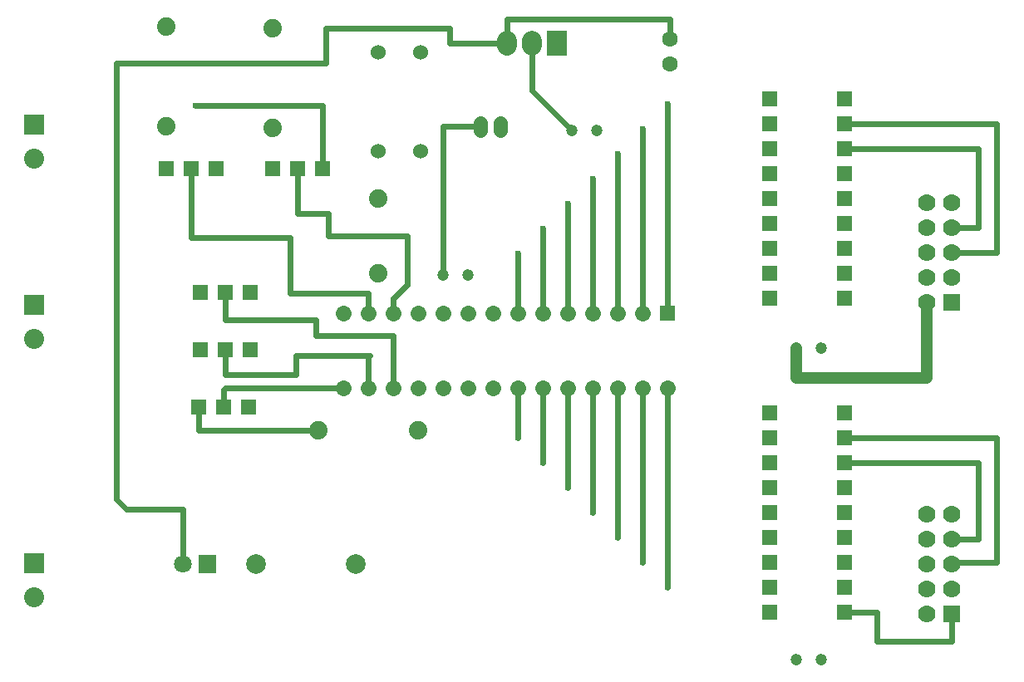
<source format=gtl>
G04 Layer: TopLayer*
G04 EasyEDA v6.5.8, 2022-08-15 07:29:34*
G04 028e3914a6f949ed9ca799ef75e4ed4f,10*
G04 Gerber Generator version 0.2*
G04 Scale: 100 percent, Rotated: No, Reflected: No *
G04 Dimensions in millimeters *
G04 leading zeros omitted , absolute positions ,4 integer and 5 decimal *
%FSLAX45Y45*%
%MOMM*%

%ADD10C,0.6096*%
%ADD11C,1.2192*%
%ADD12C,1.1938*%
%ADD13R,2.0320X2.0320*%
%ADD14C,2.0320*%
%ADD15R,1.6510X1.6510*%
%ADD16C,1.7780*%
%ADD17C,1.8796*%
%ADD18C,2.0000*%
%ADD19R,1.6000X1.6000*%
%ADD20C,1.8000*%
%ADD21R,1.5240X1.5240*%
%ADD22R,1.6002X1.6002*%
%ADD23C,1.5240*%
%ADD24C,1.6000*%
%ADD25C,0.6200*%
%ADD26C,1.4000*%
%ADD27C,0.0135*%

%LPD*%
D10*
X5651500Y8483600D02*
G01*
X5270500Y8483600D01*
X5270500Y6972300D01*
X6032500Y6578600D02*
G01*
X6032500Y7188200D01*
X6286500Y6578600D02*
G01*
X6286500Y7442200D01*
X6540500Y6578600D02*
G01*
X6540500Y7696200D01*
X6794500Y6578600D02*
G01*
X6794500Y7950200D01*
X7048500Y6578600D02*
G01*
X7048500Y8204200D01*
X7302500Y6578600D02*
G01*
X7302500Y8458200D01*
X7556500Y6578600D02*
G01*
X7556500Y8712200D01*
X6032500Y5816600D02*
G01*
X6032500Y5308600D01*
X6286500Y5816600D02*
G01*
X6286500Y5054600D01*
X6540500Y5816600D02*
G01*
X6540500Y4800600D01*
X6794500Y5816600D02*
G01*
X6794500Y4546600D01*
X7048500Y5816600D02*
G01*
X7048500Y4292600D01*
X7302500Y5816600D02*
G01*
X7302500Y4038600D01*
X7556500Y5816600D02*
G01*
X7556500Y3784600D01*
X4000500Y5384800D02*
G01*
X2781300Y5384800D01*
X2781300Y5626100D01*
X3048000Y6794500D02*
G01*
X3048000Y6515100D01*
X3975100Y6515100D01*
X3975100Y6350000D01*
X4762500Y6350000D01*
X4762500Y5816600D01*
X3048000Y6210300D02*
G01*
X3048000Y5956300D01*
X3771900Y5956300D01*
X3771900Y6146800D01*
X4521200Y6146800D01*
X4508500Y6134100D01*
X4508500Y5816600D01*
X4254500Y5816600D02*
G01*
X3048000Y5816600D01*
X3035300Y5803900D01*
X3035300Y5626100D01*
X4508500Y6578600D02*
G01*
X4508500Y6781800D01*
X3708400Y6781800D01*
X3708400Y7353300D01*
X2705100Y7353300D01*
X2705100Y8051800D01*
X4762500Y6578600D02*
G01*
X4762500Y6731000D01*
X4902200Y6870700D01*
X4902200Y7366000D01*
X4102100Y7366000D01*
X4102100Y7594600D01*
X3784600Y7594600D01*
X3784600Y8051800D01*
X6172200Y9334500D02*
G01*
X6172200Y8851900D01*
X6578600Y8445500D01*
X5918200Y9334500D02*
G01*
X5918200Y9575800D01*
X7581900Y9575800D01*
X7581900Y9372600D01*
X2745308Y8699500D02*
G01*
X4038600Y8699500D01*
X4038600Y8051800D01*
X2616200Y4025900D02*
G01*
X2616200Y4584700D01*
X2044700Y4584700D01*
X1943100Y4686300D01*
X1943100Y9131300D01*
X4076700Y9131300D01*
X4076700Y9486900D01*
X5334000Y9486900D01*
X5334000Y9334500D01*
X5918200Y9334500D01*
D11*
X8864600Y6223000D02*
G01*
X8864600Y5918200D01*
X10198100Y5918200D01*
X10198100Y6692900D01*
D10*
X9359900Y3530600D02*
G01*
X9690100Y3530600D01*
X9690100Y3238500D01*
X10452100Y3238500D01*
X10452100Y3517900D01*
X9359900Y8255000D02*
G01*
X10718800Y8255000D01*
X10718800Y7454900D01*
X10452100Y7454900D01*
X9359900Y8509000D02*
G01*
X10909300Y8509000D01*
X10909300Y7200900D01*
X10452100Y7200900D01*
X9359900Y5054600D02*
G01*
X10718800Y5054600D01*
X10718800Y4279900D01*
X10452100Y4279900D01*
X9359900Y5308600D02*
G01*
X10909300Y5308600D01*
X10909300Y4038600D01*
X10464800Y4038600D01*
X10452100Y4025900D01*
D12*
G01*
X8864600Y3048000D03*
G01*
X9118600Y3048000D03*
G01*
X8864600Y6223000D03*
G01*
X9118600Y6223000D03*
G01*
X5270500Y6972300D03*
G01*
X5524500Y6972300D03*
D13*
G01*
X1104900Y4036999D03*
D14*
G01*
X1104900Y3686987D03*
D13*
G01*
X1104900Y6665899D03*
D14*
G01*
X1104900Y6315887D03*
D13*
G01*
X1104900Y8507399D03*
D14*
G01*
X1104900Y8157387D03*
D15*
G01*
X10452100Y3517900D03*
D16*
G01*
X10198100Y3517900D03*
G01*
X10452100Y3771900D03*
G01*
X10198100Y3771900D03*
G01*
X10452100Y4025900D03*
G01*
X10198100Y4025900D03*
G01*
X10452100Y4279900D03*
G01*
X10198100Y4279900D03*
G01*
X10452100Y4533900D03*
G01*
X10198100Y4533900D03*
D15*
G01*
X10452100Y6692900D03*
D16*
G01*
X10198100Y6692900D03*
G01*
X10452100Y6946900D03*
G01*
X10198100Y6946900D03*
G01*
X10452100Y7200900D03*
G01*
X10198100Y7200900D03*
G01*
X10452100Y7454900D03*
G01*
X10198100Y7454900D03*
G01*
X10452100Y7708900D03*
G01*
X10198100Y7708900D03*
D17*
G01*
X2451100Y9499600D03*
G01*
X2451100Y8483600D03*
D18*
G01*
X4381500Y4025900D03*
G01*
X3365500Y4025900D03*
D19*
G01*
X7556500Y6578600D03*
D20*
G01*
X2616200Y4025900D03*
G36*
X2780207Y4115892D02*
G01*
X2960192Y4115892D01*
X2960192Y3935907D01*
X2780207Y3935907D01*
G37*
D21*
G01*
X3530600Y8051800D03*
G01*
X3784600Y8051800D03*
G01*
X4038600Y8051800D03*
G01*
X2451100Y8051800D03*
G01*
X2705100Y8051800D03*
G01*
X2959100Y8051800D03*
G01*
X3289300Y5626100D03*
G01*
X3035300Y5626100D03*
G01*
X2781300Y5626100D03*
G01*
X3302000Y6210300D03*
G01*
X3048000Y6210300D03*
G01*
X2794000Y6210300D03*
G01*
X3302000Y6794500D03*
G01*
X3048000Y6794500D03*
G01*
X2794000Y6794500D03*
D17*
G01*
X5016500Y5384800D03*
G01*
X4000500Y5384800D03*
G01*
X3530600Y9486900D03*
G01*
X3530600Y8470900D03*
D22*
G01*
X8597900Y5562600D03*
G01*
X8597900Y5308600D03*
G01*
X8597900Y4038600D03*
G01*
X8597900Y3784600D03*
G01*
X8597900Y5054600D03*
G01*
X8597900Y4800600D03*
G01*
X8597900Y4292600D03*
G01*
X8597900Y4546600D03*
G01*
X8597900Y3530600D03*
G01*
X9359900Y3530600D03*
G01*
X9359900Y3784600D03*
G01*
X9359900Y4038600D03*
G01*
X9359900Y4292600D03*
G01*
X9359900Y4546600D03*
G01*
X9359900Y4800600D03*
G01*
X9359900Y5054600D03*
G01*
X9359900Y5308600D03*
G01*
X9359900Y5562600D03*
G01*
X8597900Y8763000D03*
G01*
X8597900Y8509000D03*
G01*
X8597900Y7239000D03*
G01*
X8597900Y6985000D03*
G01*
X8597900Y8255000D03*
G01*
X8597900Y8001000D03*
G01*
X8597900Y7493000D03*
G01*
X8597900Y7747000D03*
G01*
X8597900Y6731000D03*
G01*
X9359900Y6731000D03*
G01*
X9359900Y6985000D03*
G01*
X9359900Y7239000D03*
G01*
X9359900Y7493000D03*
G01*
X9359900Y7747000D03*
G01*
X9359900Y8001000D03*
G01*
X9359900Y8255000D03*
G01*
X9359900Y8509000D03*
G01*
X9359900Y8763000D03*
D12*
G01*
X6578600Y8445500D03*
G01*
X6832600Y8445500D03*
D23*
G01*
X4610100Y8236534D03*
G01*
X4608296Y9236532D03*
G36*
X6526275Y9209531D02*
G01*
X6326124Y9209531D01*
X6326124Y9459468D01*
X6526275Y9459468D01*
G37*
D24*
G01*
X7581900Y9372600D03*
G01*
X7581900Y9118600D03*
D23*
G01*
X5041900Y8236534D03*
G01*
X5040096Y9236532D03*
D17*
G01*
X4610100Y7747000D03*
G01*
X4610100Y6985000D03*
D25*
G01*
X6032500Y7188200D03*
G01*
X6286500Y7442200D03*
G01*
X6540500Y7696200D03*
G01*
X6540500Y7696200D03*
G01*
X6794500Y7950200D03*
G01*
X7048500Y8204200D03*
G01*
X7302500Y8458200D03*
G01*
X7556500Y8712200D03*
G01*
X6032500Y5308600D03*
G01*
X6286500Y5054600D03*
G01*
X6540500Y4800600D03*
G01*
X6794500Y4546600D03*
G01*
X7048500Y4292600D03*
G01*
X7302500Y4038600D03*
G01*
X7556500Y3784600D03*
G01*
X2745308Y8699500D03*
D24*
X7048500Y5816600D02*
G01*
X7048500Y5816600D01*
X6794500Y5816600D02*
G01*
X6794500Y5816600D01*
X6540500Y5816600D02*
G01*
X6540500Y5816600D01*
X6286500Y5816600D02*
G01*
X6286500Y5816600D01*
X6032500Y5816600D02*
G01*
X6032500Y5816600D01*
X5778500Y5816600D02*
G01*
X5778500Y5816600D01*
X5524500Y5816600D02*
G01*
X5524500Y5816600D01*
X5524500Y6578600D02*
G01*
X5524500Y6578600D01*
X7302500Y5816600D02*
G01*
X7302500Y5816600D01*
X7556500Y5816600D02*
G01*
X7556500Y5816600D01*
X5778500Y6578600D02*
G01*
X5778500Y6578600D01*
X6032500Y6578600D02*
G01*
X6032500Y6578600D01*
X6286500Y6578600D02*
G01*
X6286500Y6578600D01*
X6540500Y6578600D02*
G01*
X6540500Y6578600D01*
X6794500Y6578600D02*
G01*
X6794500Y6578600D01*
X7048500Y6578600D02*
G01*
X7048500Y6578600D01*
X7302500Y6578600D02*
G01*
X7302500Y6578600D01*
X5270500Y6578600D02*
G01*
X5270500Y6578600D01*
X5016500Y6578600D02*
G01*
X5016500Y6578600D01*
X4762500Y6578600D02*
G01*
X4762500Y6578600D01*
X4508500Y6578600D02*
G01*
X4508500Y6578600D01*
X4254500Y6578600D02*
G01*
X4254500Y6578600D01*
X4254500Y5816600D02*
G01*
X4254500Y5816600D01*
X4508500Y5816600D02*
G01*
X4508500Y5816600D01*
X4762500Y5816600D02*
G01*
X4762500Y5816600D01*
X5016500Y5816600D02*
G01*
X5016500Y5816600D01*
X5270500Y5816600D02*
G01*
X5270500Y5816600D01*
D18*
X5918200Y9309498D02*
G01*
X5918200Y9359498D01*
X6172200Y9309498D02*
G01*
X6172200Y9359498D01*
D26*
X5854700Y8443600D02*
G01*
X5854700Y8523599D01*
X5651500Y8443600D02*
G01*
X5651500Y8523599D01*
M02*

</source>
